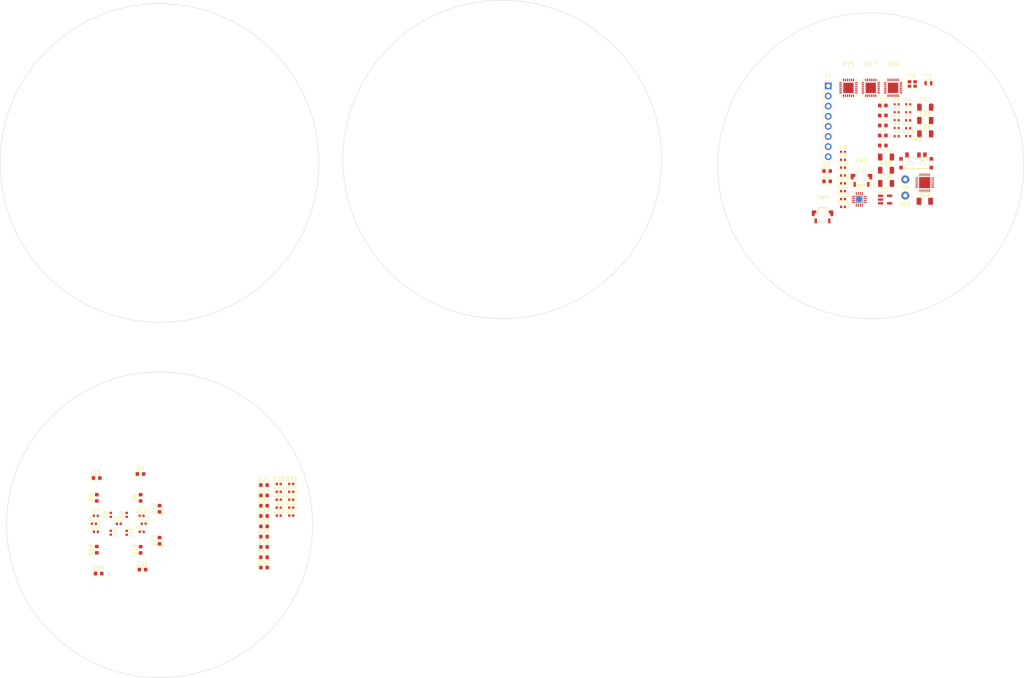
<source format=kicad_pcb>
(kicad_pcb (version 20241229) (generator "pcbnew") (generator_version "9.0")
  (layers (0 "F.Cu" signal) (2 "B.Cu" signal) (13 "F.Paste" user) (15 "B.Paste" user) (5 "F.SilkS" user "F.Silkscreen") (7 "B.SilkS" user "B.Silkscreen") (1 "F.Mask" user) (3 "B.Mask" user) (25 "Edge.Cuts" user))
  (net 0 "")
  (net 1 "Net-(AE1-FEED)")
  (net 2 "GND")
  (net 4 "VBUS")
  (net 5 "/X32O")
  (net 6 "/X32I")
  (net 7 "/USB_DN")
  (net 8 "/USB_DP")
  (net 9 "/TX")
  (net 10 "VDD")
  (net 11 "/TCK")
  (net 12 "/TIO")
  (net 13 "+4V")
  (net 14 "/LIPO+")
  (net 15 "Net-(U5-VINTA)")
  (net 16 "/nRST")
  (net 17 "/BOOT")
  (net 18 "Net-(U5-PA10{slash}X32KI{slash}TMR1)")
  (net 19 "Net-(U5-PA11{slash}X32KO{slash}TMR2)")
  (net 20 "/PERIPH_EN")
  (net 21 "Net-(D1-K)")
  (net 22 "Net-(D2-K)")
  (net 23 "/BQ_PGOOD")
  (net 24 "/BQ_CHG")
  (net 25 "Net-(R5-Pad1)")
  (net 26 "Net-(U2-ILIM)")
  (net 27 "Net-(U2-ISET)")
  (net 28 "Net-(U2-TS)")
  (net 29 "Net-(R1-Pad1)")
  (net 30 "Net-(R2-Pad1)")
  (net 31 "Net-(R15-REXT)")
  (net 32 "Net-(U1-EN)")
  (net 35 "Net-(D3-A)")
  (net 37 "/LAT")
  (net 38 "Net-(D4-A)")
  (net 40 "Net-(D5-A)")
  (net 42 "Net-(R15-SDO)")
  (net 43 "Net-(D6-A)")
  (net 45 "Net-(D7-A)")
  (net 48 "/OE")
  (net 49 "/SCLK")
  (net 50 "Net-(D8-A)")
  (net 52 "Net-(D9-A)")
  (net 53 "Net-(D10-A)")
  (net 54 "/DAT")
  (net 56 "Net-(R17-REXT)")
  (net 57 "Net-(D11-A)")
  (net 58 "Net-(R17-SDO)")
  (net 71 "Net-(R19-REXT)")
  (net 81 "Net-(D12-A)")
  (net 82 "Net-(D13-A)")
  (net 85 "Net-(D14-A)")
  (net 87 "Net-(D15-A)")
  (net 89 "Net-(D16-A)")
  (net 91 "Net-(D17-A)")
  (net 93 "Net-(D18-A)")
  (net 94 "Net-(D19-A)")
  (net 96 "Net-(D20-A)")
  (net 99 "Net-(D21-A)")
  (net 101 "Net-(D22-A)")
  (net 103 "Net-(D23-A)")
  (net 105 "Net-(D24-A)")
  (net 106 "Net-(D25-A)")
  (net 108 "Net-(D26-A)")
  (net 110 "Net-(D27-A)")
  (net 113 "Net-(D28-A)")
  (net 115 "Net-(D29-A)")
  (net 116 "Net-(D30-A)")
  (net 119 "Net-(D31-A)")
  (net 121 "Net-(D32-A)")
  (net 122 "Net-(D33-A)")
  (net 124 "Net-(D34-A)")
  (net 126 "Net-(D35-A)")
  (net 128 "Net-(D36-A)")
  (net 131 "Net-(D37-A)")
  (net 133 "Net-(D38-A)")
  (net 135 "Net-(D39-A)")
  (net 137 "Net-(D40-A)")
  (net 139 "Net-(D41-A)")
  (net 140 "Net-(D42-A)")
  (footprint "Resistor_SMD:R_0402_1005Metric" (layer "F.Cu") (at 244.895 46.655)
    (property "Reference" "R11" (at 0 -1.17 0) (layer "F.SilkS"))
    (property "Value" "10k")
    (pad "1" smd roundrect (at -0.51 0) (size 0.54 0.64) (layers "F.Cu" "F.Mask" "F.Paste") (net 16 "/nRST"))
    (pad "2" smd roundrect (at 0.51 0) (size 0.54 0.64) (layers "F.Cu" "F.Mask" "F.Paste") (net 10 "VDD"))
  )
  (footprint "LED_SMD:LED_0402_1005Metric" (layer "F.Cu") (at 86.9075 135.98)
    (property "Reference" "D28" (at 0 -1.17 0) (layer "F.SilkS"))
    (property "Value" "LED")
    (pad "1" smd roundrect (at -0.485 0) (size 0.59 0.64) (layers "F.Cu" "F.Mask" "F.Paste"))
    (pad "2" smd roundrect (at 0.485 0) (size 0.59 0.64) (layers "F.Cu" "F.Mask" "F.Paste") (net 113 "Net-(D28-A)"))
  )
  (footprint "LED_SMD:LED_0603_1608Metric" (layer "F.Cu") (at 41.25 152.5 90)
    (property "Reference" "D18" (at 0 -1.43 90) (layer "F.SilkS"))
    (property "Value" "LED")
    (pad "1" smd roundrect (at -0.7875 0 90) (size 0.875 0.95) (layers "F.Cu" "F.Mask" "F.Paste"))
    (pad "2" smd roundrect (at 0.7875 0 90) (size 0.875 0.95) (layers "F.Cu" "F.Mask" "F.Paste") (net 93 "Net-(D18-A)"))
  )
  (footprint "LED_SMD:LED_0402_1005Metric" (layer "F.Cu") (at 52.515 148)
    (property "Reference" "D17" (at 0 -1.17 0) (layer "F.SilkS"))
    (property "Value" "LED")
    (pad "1" smd roundrect (at -0.485 0) (size 0.59 0.64) (layers "F.Cu" "F.Mask" "F.Paste"))
    (pad "2" smd roundrect (at 0.485 0) (size 0.59 0.64) (layers "F.Cu" "F.Mask" "F.Paste") (net 91 "Net-(D17-A)"))
  )
  (footprint "Resistor_SMD:R_0402_1005Metric" (layer "F.Cu") (at 241.985 48.645)
    (property "Reference" "R5" (at 0 -1.17 0) (layer "F.SilkS"))
    (property "Value" "10k")
    (pad "1" smd roundrect (at -0.51 0) (size 0.54 0.64) (layers "F.Cu" "F.Mask" "F.Paste") (net 25 "Net-(R5-Pad1)"))
    (pad "2" smd roundrect (at 0.51 0) (size 0.54 0.64) (layers "F.Cu" "F.Mask" "F.Paste") (net 2 "GND"))
  )
  (footprint "LED_SMD:LED_0603_1608Metric" (layer "F.Cu") (at 57 150.25 90)
    (property "Reference" "D23" (at 0 -1.43 90) (layer "F.SilkS"))
    (property "Value" "LED")
    (pad "1" smd roundrect (at -0.7875 0 90) (size 0.875 0.95) (layers "F.Cu" "F.Mask" "F.Paste"))
    (pad "2" smd roundrect (at 0.7875 0 90) (size 0.875 0.95) (layers "F.Cu" "F.Mask" "F.Paste") (net 103 "Net-(D23-A)"))
  )
  (footprint "LED_SMD:LED_0402_1005Metric" (layer "F.Cu") (at 44.75 148.25 -90)
    (property "Reference" "D15" (at 0 -1.17 90) (layer "F.SilkS"))
    (property "Value" "LED")
    (pad "1" smd roundrect (at -0.485 0 270) (size 0.59 0.64) (layers "F.Cu" "F.Mask" "F.Paste"))
    (pad "2" smd roundrect (at 0.485 0 270) (size 0.59 0.64) (layers "F.Cu" "F.Mask" "F.Paste") (net 87 "Net-(D15-A)"))
  )
  (footprint "LED_SMD:LED_0402_1005Metric" (layer "F.Cu") (at 90.0525 141.95)
    (property "Reference" "D36" (at 0 -1.17 0) (layer "F.SilkS"))
    (property "Value" "LED")
    (pad "1" smd roundrect (at -0.485 0) (size 0.59 0.64) (layers "F.Cu" "F.Mask" "F.Paste"))
    (pad "2" smd roundrect (at 0.485 0) (size 0.59 0.64) (layers "F.Cu" "F.Mask" "F.Paste") (net 128 "Net-(D36-A)"))
  )
  (footprint "LED_SMD:LED_0603_1608Metric" (layer "F.Cu") (at 52.25 152.5375 90)
    (property "Reference" "D19" (at 0 -1.43 90) (layer "F.SilkS"))
    (property "Value" "LED")
    (pad "1" smd roundrect (at -0.7875 0 90) (size 0.875 0.95) (layers "F.Cu" "F.Mask" "F.Paste"))
    (pad "2" smd roundrect (at 0.7875 0 90) (size 0.875 0.95) (layers "F.Cu" "F.Mask" "F.Paste") (net 94 "Net-(D19-A)"))
  )
  (footprint "LED_SMD:LED_0402_1005Metric" (layer "F.Cu") (at 53.015 146)
    (property "Reference" "D13" (at 0 -1.17 0) (layer "F.SilkS"))
    (property "Value" "LED")
    (pad "1" smd roundrect (at -0.485 0) (size 0.59 0.64) (layers "F.Cu" "F.Mask" "F.Paste"))
    (pad "2" smd roundrect (at 0.485 0) (size 0.59 0.64) (layers "F.Cu" "F.Mask" "F.Paste") (net 82 "Net-(D13-A)"))
  )
  (footprint "Capacitor_SMD:C_0402_1005Metric" (layer "F.Cu") (at 228.525 52.615)
    (property "Reference" "C8" (at 0 -1.16 0) (layer "F.SilkS"))
    (property "Value" "2.2uF")
    (pad "1" smd roundrect (at -0.48 0) (size 0.56 0.62) (layers "F.Cu" "F.Mask" "F.Paste") (net 10 "VDD"))
    (pad "2" smd roundrect (at 0.48 0) (size 0.56 0.62) (layers "F.Cu" "F.Mask" "F.Paste") (net 2 "GND"))
  )
  (footprint "Connector_Pin:Pin_D1.0mm_L10.0mm" (layer "F.Cu") (at 244.155 63.565)
    (property "Reference" "TP2" (at 0 2.25 0) (layer "F.SilkS"))
    (property "Value" "TestPoint")
    (pad "1" thru_hole circle (at 0 0) (size 2 2) (drill 1) (layers "*.Cu" "*.Mask") (net 2 "GND"))
  )
  (footprint "Resistor_SMD:R_0402_1005Metric" (layer "F.Cu") (at 241.985 44.665)
    (property "Reference" "R3" (at 0 -1.17 0) (layer "F.SilkS"))
    (property "Value" "10k")
    (pad "1" smd roundrect (at -0.51 0) (size 0.54 0.64) (layers "F.Cu" "F.Mask" "F.Paste") (net 23 "/BQ_PGOOD"))
    (pad "2" smd roundrect (at 0.51 0) (size 0.54 0.64) (layers "F.Cu" "F.Mask" "F.Paste") (net 21 "Net-(D1-K)"))
  )
  (footprint "LED_SMD:LED_0603_1608Metric" (layer "F.Cu") (at 83.2125 141.46)
    (property "Reference" "D26" (at 0 -1.43 0) (layer "F.SilkS"))
    (property "Value" "LED")
    (pad "1" smd roundrect (at -0.7875 0) (size 0.875 0.95) (layers "F.Cu" "F.Mask" "F.Paste"))
    (pad "2" smd roundrect (at 0.7875 0) (size 0.875 0.95) (layers "F.Cu" "F.Mask" "F.Paste") (net 108 "Net-(D26-A)"))
  )
  (footprint "LED_SMD:LED_0402_1005Metric" (layer "F.Cu") (at 52.485 144)
    (property "Reference" "D10" (at 0 -1.17 0) (layer "F.SilkS"))
    (property "Value" "LED")
    (pad "1" smd roundrect (at -0.485 0) (size 0.59 0.64) (layers "F.Cu" "F.Mask" "F.Paste"))
    (pad "2" smd roundrect (at 0.485 0) (size 0.59 0.64) (layers "F.Cu" "F.Mask" "F.Paste") (net 53 "Net-(D10-A)"))
  )
  (footprint "Resistor_SMD:R_0402_1005Metric" (layer "F.Cu") (at 241.985 46.655)
    (property "Reference" "R4" (at 0 -1.17 0) (layer "F.SilkS"))
    (property "Value" "10k")
    (pad "1" smd roundrect (at -0.51 0) (size 0.54 0.64) (layers "F.Cu" "F.Mask" "F.Paste") (net 24 "/BQ_CHG"))
    (pad "2" smd roundrect (at 0.51 0) (size 0.54 0.64) (layers "F.Cu" "F.Mask" "F.Paste") (net 22 "Net-(D2-K)"))
  )
  (footprint "LED_SMD:LED_0603_1608Metric" (layer "F.Cu") (at 83.2125 146.64)
    (property "Reference" "D38" (at 0 -1.43 0) (layer "F.SilkS"))
    (property "Value" "LED")
    (pad "1" smd roundrect (at -0.7875 0) (size 0.875 0.95) (layers "F.Cu" "F.Mask" "F.Paste"))
    (pad "2" smd roundrect (at 0.7875 0) (size 0.875 0.95) (layers "F.Cu" "F.Mask" "F.Paste") (net 133 "Net-(D38-A)"))
  )
  (footprint "LED_SMD:LED_0402_1005Metric" (layer "F.Cu") (at 90.0525 139.96)
    (property "Reference" "D35" (at 0 -1.17 0) (layer "F.SilkS"))
    (property "Value" "LED")
    (pad "1" smd roundrect (at -0.485 0) (size 0.59 0.64) (layers "F.Cu" "F.Mask" "F.Paste"))
    (pad "2" smd roundrect (at 0.485 0) (size 0.59 0.64) (layers "F.Cu" "F.Mask" "F.Paste") (net 126 "Net-(D35-A)"))
  )
  (footprint "Crystal:Crystal_SMD_2016-4Pin_2.0x1.6mm" (layer "F.Cu") (at 245.915 35.535)
    (property "Reference" "Y2" (at 0 -2 0) (layer "F.SilkS"))
    (property "Value" "32 MHz")
    (pad "1" smd roundrect (at -0.7 0.55) (size 0.9 0.8) (layers "F.Cu" "F.Mask" "F.Paste") (net 5 "/X32O"))
    (pad "2" smd roundrect (at 0.7 0.55) (size 0.9 0.8) (layers "F.Cu" "F.Mask" "F.Paste") (net 2 "GND"))
    (pad "3" smd roundrect (at 0.7 -0.55) (size 0.9 0.8) (layers "F.Cu" "F.Mask" "F.Paste") (net 6 "/X32I"))
    (pad "4" smd roundrect (at -0.7 -0.55) (size 0.9 0.8) (layers "F.Cu" "F.Mask" "F.Paste") (net 2 "GND"))
  )
  (footprint "Resistor_SMD:R_1206_3216Metric" (layer "F.Cu") (at 239.325 60.515)
    (property "Reference" "R18" (at 0 -1.83 0) (layer "F.SilkS"))
    (property "Value" "510")
    (pad "1" smd roundrect (at -1.4625 0) (size 1.125 1.75) (layers "F.Cu" "F.Mask" "F.Paste") (roundrect_rratio 0.222222) (net 71 "Net-(R19-REXT)"))
    (pad "2" smd roundrect (at 1.4625 0) (size 1.125 1.75) (layers "F.Cu" "F.Mask" "F.Paste") (roundrect_rratio 0.222222) (net 2 "GND"))
  )
  (footprint "LED_SMD:LED_0603_1608Metric" (layer "F.Cu") (at 52.7125 157.5)
    (property "Reference" "D21" (at 0 -1.43 0) (layer "F.SilkS"))
    (property "Value" "LED")
    (pad "1" smd roundrect (at -0.7875 0) (size 0.875 0.95) (layers "F.Cu" "F.Mask" "F.Paste"))
    (pad "2" smd roundrect (at 0.7875 0) (size 0.875 0.95) (layers "F.Cu" "F.Mask" "F.Paste") (net 99 "Net-(D21-A)"))
  )
  (footprint "LED_SMD:LED_0402_1005Metric" (layer "F.Cu") (at 86.9075 139.96)
    (property "Reference" "D30" (at 0 -1.17 0) (layer "F.SilkS"))
    (property "Value" "LED")
    (pad "1" smd roundrect (at -0.485 0) (size 0.59 0.64) (layers "F.Cu" "F.Mask" "F.Paste"))
    (pad "2" smd roundrect (at 0.485 0) (size 0.59 0.64) (layers "F.Cu" "F.Mask" "F.Paste") (net 116 "Net-(D30-A)"))
  )
  (footprint "LED_SMD:LED_0603_1608Metric" (layer "F.Cu") (at 41.7125 158.5)
    (property "Reference" "D20" (at 0 -1.43 0) (layer "F.SilkS"))
    (property "Value" "LED")
    (pad "1" smd roundrect (at -0.7875 0) (size 0.875 0.95) (layers "F.Cu" "F.Mask" "F.Paste"))
    (pad "2" smd roundrect (at 0.7875 0) (size 0.875 0.95) (layers "F.Cu" "F.Mask" "F.Paste") (net 96 "Net-(D20-A)"))
  )
  (footprint "LED_SMD:LED_0603_1608Metric" (layer "F.Cu") (at 57 142.2125 90)
    (property "Reference" "D22" (at 0 -1.43 90) (layer "F.SilkS"))
    (property "Value" "LED")
    (pad "1" smd roundrect (at -0.7875 0 90) (size 0.875 0.95) (layers "F.Cu" "F.Mask" "F.Paste"))
    (pad "2" smd roundrect (at 0.7875 0 90) (size 0.875 0.95) (layers "F.Cu" "F.Mask" "F.Paste") (net 101 "Net-(D22-A)"))
  )
  (footprint "Capacitor_SMD:C_1206_3216Metric" (layer "F.Cu") (at 249.175 41.365)
    (property "Reference" "C17" (at 0 -1.85 0) (layer "F.SilkS"))
    (property "Value" "470n")
    (pad "1" smd roundrect (at -1.475 0) (size 1.15 1.8) (layers "F.Cu" "F.Mask" "F.Paste") (roundrect_rratio 0.217391) (net 10 "VDD"))
    (pad "2" smd roundrect (at 1.475 0) (size 1.15 1.8) (layers "F.Cu" "F.Mask" "F.Paste") (roundrect_rratio 0.217391) (net 2 "GND"))
  )
  (footprint "LED_SMD:LED_0402_1005Metric" (layer "F.Cu") (at 41.015 148)
    (property "Reference" "D14" (at 0 -1.17 0) (layer "F.SilkS"))
    (property "Value" "LED")
    (pad "1" smd roundrect (at -0.485 0) (size 0.59 0.64) (layers "F.Cu" "F.Mask" "F.Paste"))
    (pad "2" smd roundrect (at 0.485 0) (size 0.59 0.64) (layers "F.Cu" "F.Mask" "F.Paste") (net 85 "Net-(D14-A)"))
  )
  (footprint "Resistor_SMD:R_0402_1005Metric" (layer "F.Cu") (at 244.895 48.645)
    (property "Reference" "R13" (at 0 -1.17 0) (layer "F.SilkS"))
    (property "Value" "10k")
    (pad "1" smd roundrect (at -0.51 0) (size 0.54 0.64) (layers "F.Cu" "F.Mask" "F.Paste") (net 17 "/BOOT"))
    (pad "2" smd roundrect (at 0.51 0) (size 0.54 0.64) (layers "F.Cu" "F.Mask" "F.Paste") (net 10 "VDD"))
  )
  (footprint "LED_SMD:LED_0603_1608Metric" (layer "F.Cu") (at 41.2125 134.5)
    (property "Reference" "D3" (at 0 -1.43 0) (layer "F.SilkS"))
    (property "Value" "LED")
    (pad "1" smd roundrect (at -0.7875 0) (size 0.875 0.95) (layers "F.Cu" "F.Mask" "F.Paste"))
    (pad "2" smd roundrect (at 0.7875 0) (size 0.875 0.95) (layers "F.Cu" "F.Mask" "F.Paste") (net 35 "Net-(D3-A)"))
  )
  (footprint "LED_SMD:LED_0603_1608Metric" (layer "F.Cu") (at 83.2125 149.23)
    (property "Reference" "D39" (at 0 -1.43 0) (layer "F.SilkS"))
    (property "Value" "LED")
    (pad "1" smd roundrect (at -0.7875 0) (size 0.875 0.95) (layers "F.Cu" "F.Mask" "F.Paste"))
    (pad "2" smd roundrect (at 0.7875 0) (size 0.875 0.95) (layers "F.Cu" "F.Mask" "F.Paste") (net 135 "Net-(D39-A)"))
  )
  (footprint "Resistor_SMD:R_0402_1005Metric" (layer "F.Cu") (at 241.985 42.675)
    (property "Reference" "R2" (at 0 -1.17 0) (layer "F.SilkS"))
    (property "Value" "5.1k")
    (pad "1" smd roundrect (at -0.51 0) (size 0.54 0.64) (layers "F.Cu" "F.Mask" "F.Paste") (net 30 "Net-(R2-Pad1)"))
    (pad "2" smd roundrect (at 0.51 0) (size 0.54 0.64) (layers "F.Cu" "F.Mask" "F.Paste") (net 2 "GND"))
  )
  (footprint "LED_SMD:LED_0603_1608Metric" (layer "F.Cu") (at 83.2125 157)
    (property "Reference" "D42" (at 0 -1.43 0) (layer "F.SilkS"))
    (property "Value" "LED")
    (pad "1" smd roundrect (at -0.7875 0) (size 0.875 0.95) (layers "F.Cu" "F.Mask" "F.Paste"))
    (pad "2" smd roundrect (at 0.7875 0) (size 0.875 0.95) (layers "F.Cu" "F.Mask" "F.Paste") (net 140 "Net-(D42-A)"))
  )
  (footprint "LED_SMD:LED_0603_1608Metric" (layer "F.Cu") (at 83.2125 136.28)
    (property "Reference" "D24" (at 0 -1.43 0) (layer "F.SilkS"))
    (property "Value" "LED")
    (pad "1" smd roundrect (at -0.7875 0) (size 0.875 0.95) (layers "F.Cu" "F.Mask" "F.Paste"))
    (pad "2" smd roundrect (at 0.7875 0) (size 0.875 0.95) (layers "F.Cu" "F.Mask" "F.Paste") (net 105 "Net-(D24-A)"))
  )
  (footprint "LED_SMD:LED_0402_1005Metric" (layer "F.Cu") (at 86.9075 137.97)
    (property "Reference" "D29" (at 0 -1.17 0) (layer "F.SilkS"))
    (property "Value" "LED")
    (pad "1" smd roundrect (at -0.485 0) (size 0.59 0.64) (layers "F.Cu" "F.Mask" "F.Paste"))
    (pad "2" smd roundrect (at 0.485 0) (size 0.59 0.64) (layers "F.Cu" "F.Mask" "F.Paste") (net 115 "Net-(D29-A)"))
  )
  (footprint "Capacitor_SMD:C_0402_1005Metric" (layer "F.Cu") (at 228.525 62.465)
    (property "Reference" "C14" (at 0 -1.16 0) (layer "F.SilkS"))
    (property "Value" "12p")
    (pad "1" smd roundrect (at -0.48 0) (size 0.56 0.62) (layers "F.Cu" "F.Mask" "F.Paste") (net 19 "Net-(U5-PA11{slash}X32KO{slash}TMR2)"))
    (pad "2" smd roundrect (at 0.48 0) (size 0.56 0.62) (layers "F.Cu" "F.Mask" "F.Paste") (net 2 "GND"))
  )
  (footprint "Package_TO_SOT_SMD:SOT-23-5" (layer "F.Cu") (at 239.095 64.57)
    (property "Reference" "U1" (at 0 -2.4 0) (layer "F.SilkS"))
    (property "Value" "SPX3819M5-L-3-3")
    (pad "1" smd roundrect (at -1.1375 -0.95) (size 1.325 0.6) (layers "F.Cu" "F.Mask" "F.Paste") (net 13 "+4V"))
    (pad "2" smd roundrect (at -1.1375 0) (size 1.325 0.6) (layers "F.Cu" "F.Mask" "F.Paste") (net 2 "GND"))
    (pad "3" smd roundrect (at -1.1375 0.95) (size 1.325 0.6) (layers "F.Cu" "F.Mask" "F.Paste") (net 32 "Net-(U1-EN)"))
    (pad "4" smd roundrect (at 1.1375 0.95) (size 1.325 0.6) (layers "F.Cu" "F.Mask" "F.Paste"))
    (pad "5" smd roundrect (at 1.1375 -0.95) (size 1.325 0.6) (layers "F.Cu" "F.Mask" "F.Paste") (net 10 "VDD"))
  )
  (footprint "LED_SMD:LED_0402_1005Metric" (layer "F.Cu") (at 90.0525 137.97)
    (property "Reference" "D34" (at 0 -1.17 0) (layer "F.SilkS"))
    (property "Value" "LED")
    (pad "1" smd roundrect (at -0.485 0) (size 0.59 0.64) (layers "F.Cu" "F.Mask" "F.Paste"))
    (pad "2" smd roundrect (at 0.485 0) (size 0.59 0.64) (layers "F.Cu" "F.Mask" "F.Paste") (net 124 "Net-(D34-A)"))
  )
  (footprint "Capacitor_SMD:C_0402_1005Metric" (layer "F.Cu") (at 228.525 66.405)
    (property "Reference" "C16" (at 0 -1.16 0) (layer "F.SilkS"))
    (property "Value" "100n")
    (pad "1" smd roundrect (at -0.48 0) (size 0.56 0.62) (layers "F.Cu" "F.Mask" "F.Paste") (net 17 "/BOOT"))
    (pad "2" smd roundrect (at 0.48 0) (size 0.56 0.62) (layers "F.Cu" "F.Mask" "F.Paste") (net 2 "GND"))
  )
  (footprint "LED_SMD:LED_0402_1005Metric" (layer "F.Cu") (at 40.515 146)
    (property "Reference" "D11" (at 0 -1.17 0) (layer "F.SilkS"))
    (property "Value" "LED")
    (pad "1" smd roundrect (at -0.485 0) (size 0.59 0.64) (layers "F.Cu" "F.Mask" "F.Paste"))
    (pad "2" smd roundrect (at 0.485 0) (size 0.59 0.64) (layers "F.Cu" "F.Mask" "F.Paste") (net 57 "Net-(D11-A)"))
  )
  (footprint "LED_SMD:LED_0603_1608Metric" (layer "F.Cu") (at 83.2125 154.41)
    (property "Reference" "D41" (at 0 -1.43 0) (layer "F.SilkS"))
    (property "Value" "LED")
    (pad "1" smd roundrect (at -0.7875 0) (size 0.875 0.95) (layers "F.Cu" "F.Mask" "F.Paste"))
    (pad "2" smd roundrect (at 0.7875 0) (size 0.875 0.95) (layers "F.Cu" "F.Mask" "F.Paste") (net 139 "Net-(D41-A)"))
  )
  (footprint "LED_SMD:LED_0402_1005Metric" (layer "F.Cu") (at 86.9075 143.94)
    (property "Reference" "D32" (at 0 -1.17 0) (layer "F.SilkS"))
    (property "Value" "LED")
    (pad "1" smd roundrect (at -0.485 0) (size 0.59 0.64) (layers "F.Cu" "F.Mask" "F.Paste"))
    (pad "2" smd roundrect (at 0.485 0) (size 0.59 0.64) (layers "F.Cu" "F.Mask" "F.Paste") (net 121 "Net-(D32-A)"))
  )
  (footprint "easyeda2kicad:TQFN-24_L4.0-W4.0-P0.50-BL-EP2.6" (layer "F.Cu") (at 235.49 36.51)
    (property "Reference" "R17" (at 0 -5.97 0) (layer "F.SilkS"))
    (property "Value" "FM6126QC")
    (pad "1" smd rect (at -1.25 1.97 90) (size 0.66 0.28) (layers "F.Cu" "F.Mask" "F.Paste") (net 37 "/LAT"))
    (pad "2" smd rect (at -0.75 1.97 90) (size 0.66 0.28) (layers "F.Cu" "F.Mask" "F.Paste") (net 94 "Net-(D19-A)"))
    (pad "3" smd rect (at -0.25 1.97 90) (size 0.66 0.28) (layers "F.Cu" "F.Mask" "F.Paste") (net 96 "Net-(D20-A)"))
    (pad "4" smd rect (at 0.25 1.97 90) (size 0.66 0.28) (layers "F.Cu" "F.Mask" "F.Paste") (net 99 "Net-(D21-A)"))
    (pad "5" smd rect (at 0.75 1.97 90) (size 0.66 0.28) (layers "F.Cu" "F.Mask" "F.Paste") (net 101 "Net-(D22-A)"))
    (pad "6" smd rect (at 1.25 1.97 90) (size 0.66 0.28) (layers "F.Cu" "F.Mask" "F.Paste") (net 103 "Net-(D23-A)"))
    (pad "7" smd rect (at 1.97 1.25 90) (size 0.28 0.66) (layers "F.Cu" "F.Mask" "F.Paste") (net 105 "Net-(D24-A)"))
    (pad "8" smd rect (at 1.97 0.75 90) (size 0.28 0.66) (layers "F.Cu" "F.Mask" "F.Paste") (net 106 "Net-(D25-A)"))
    (pad "9" smd rect (at 1.97 0.25 90) (size 0.28 0.66) (layers "F.Cu" "F.Mask" "F.Paste") (net 108 "Net-(D26-A)"))
    (pad "10" smd rect (at 1.97 -0.25 90) (size 0.28 0.66) (layers "F.Cu" "F.Mask" "F.Paste") (net 2 "GND"))
    (pad "11" smd rect (at 1.97 -0.75 90) (size 0.28 0.66) (layers "F.Cu" "F.Mask" "F.Paste") (net 110 "Net-(D27-A)"))
    (pad "12" smd rect (at 1.97 -1.25 90) (size 0.28 0.66) (layers "F.Cu" "F.Mask" "F.Paste") (net 113 "Net-(D28-A)"))
    (pad "13" smd rect (at 1.25 -1.97 90) (size 0.66 0.28) (layers "F.Cu" "F.Mask" "F.Paste") (net 115 "Net-(D29-A)"))
    (pad "14" smd rect (at 0.75 -1.97 90) (size 0.66 0.28) (layers "F.Cu" "F.Mask" "F.Paste") (net 116 "Net-(D30-A)"))
    (pad "15" smd rect (at 0.25 -1.97 90) (size 0.66 0.28) (layers "F.Cu" "F.Mask" "F.Paste") (net 119 "Net-(D31-A)"))
    (pad "16" smd rect (at -0.25 -1.97 90) (size 0.66 0.28) (layers "F.Cu" "F.Mask" "F.Paste") (net 121 "Net-(D32-A)"))
    (pad "17" smd rect (at -0.75 -1.97 90) (size 0.66 0.28) (layers "F.Cu" "F.Mask" "F.Paste") (net 122 "Net-(D33-A)"))
    (pad "18" smd rect (at -1.25 -1.97 90) (size 0.66 0.28) (layers "F.Cu" "F.Mask" "F.Paste") (net 124 "Net-(D34-A)"))
    (pad "19" smd rect (at -1.97 -1.25 90) (size 0.28 0.66) (layers "F.Cu" "F.Mask" "F.Paste") (net 58 "Net-(R17-SDO)"))
    (pad "20" smd rect (at -1.97 -0.75 90) (size 0.28 0.66) (layers "F.Cu" "F.Mask" "F.Paste") (net 48 "/OE"))
    (pad "21" smd rect (at -1.97 -0.25 90) (size 0.28 0.66) (layers "F.Cu" "F.Mask" "F.Paste") (net 56 "Net-(R17-REXT)"))
    (pad "22" smd rect (at -1.97 0.25 90) (size 0.28 0.66) (layers "F.Cu" "F.Mask" "F.Paste") (net 10 "VDD"))
    (pad "23" smd rect (at -1.97 0.75 90) (size 0.28 0.66) (layers "F.Cu" "F.Mask" "F.Paste") (net 42 "Net-(R15-SDO)"))
    (pad "24" smd rect (at -1.97 1.25 90) (size 0.28 0.66) (layers "F.Cu" "F.Mask" "F.Paste") (net 49 "/SCLK"))
    (pad "25" smd rect (at 0 0 90) (size 2.6 2.6) (layers "F.Cu" "F.Mask" "F.Paste") (net 2 "GND"))
  )
  (footprint "LED_SMD:LED_0603_1608Metric" (layer "F.Cu") (at 224.535 59.995)
    (property "Reference" "D2" (at 0 -1.43 0) (layer "F.SilkS"))
    (property "Value" "LED_RED")
    (pad "1" smd roundrect (at -0.7875 0) (size 0.875 0.95) (layers "F.Cu" "F.Mask" "F.Paste") (net 22 "Net-(D2-K)"))
    (pad "2" smd roundrect (at 0.7875 0) (size 0.875 0.95) (layers "F.Cu" "F.Mask" "F.Paste") (net 13 "+4V"))
  )
  (footprint "easyeda2kicad:SW-SMD_SS-3292S-L2-B" (layer "F.Cu") (at 246.88 54.955)
    (property "Reference" "SW1" (at 0 -5.59 0) (layer "F.SilkS"))
    (property "Value" "SS-3292S-L2-B")
    (pad "" thru_hole circle (at -1.5 0.49) (size 1.1 1.1) (drill 1.1) (layers "*.Cu" "*.Mask"))
    (pad "" thru_hole circle (at 1.5 0.49) (size 1.1 1.1) (drill 1.1) (layers "*.Cu" "*.Mask"))
    (pad "1" smd rect (at -2.3 -1.59 180) (size 0.9 1.25) (layers "F.Cu" "F.Mask" "F.Paste") (net 25 "Net-(R5-Pad1)"))
    (pad "2" smd rect (at 0.7 -1.59 180) (size 0.9 1.25) (layers "F.Cu" "F.Mask" "F.Paste") (net 32 "Net-(U1-EN)"))
    (pad "3" smd rect (at 2.2 -1.59 180) (size 0.9 1.25) (layers "F.Cu" "F.Mask" "F.Paste") (net 13 "+4V"))
    (pad "EH" smd rect (at -3.8 -0.61 180) (size 0.9 0.9) (layers "F.Cu" "F.Mask" "F.Paste") (net 2 "GND"))
    (pad "EH" smd rect (at -3.8 1.59 180) (size 0.9 0.9) (layers "F.Cu" "F.Mask" "F.Paste") (net 2 "GND"))
    (pad "EH" smd rect (at 3.8 -0.61 180) (size 0.9 0.9) (layers "F.Cu" "F.Mask" "F.Paste") (net 2 "GND"))
    (pad "EH" smd rect (at 3.8 1.59 180) (size 0.9 0.9) (layers "F.Cu" "F.Mask" "F.Paste") (net 2 "GND"))
  )
  (footprint "LED_SMD:LED_0402_1005Metric" (layer "F.Cu") (at 48.75 148.265 -90)
    (property "Reference" "D16" (at 0 -1.17 90) (layer "F.SilkS"))
    (property "Value" "LED")
    (pad "1" smd roundrect (at -0.485 0 270) (size 0.59 0.64) (layers "F.Cu" "F.Mask" "F.Paste"))
    (pad "2" smd roundrect (at 0.485 0 270) (size 0.59 0.64) (layers "F.Cu" "F.Mask" "F.Paste") (net 89 "Net-(D16-A)"))
  )
  (footprint "LED_SMD:LED_0402_1005Metric" (layer "F.Cu") (at 44.75 143.765 90)
    (property "Reference" "D8" (at 0 -1.17 90) (layer "F.SilkS"))
    (property "Value" "LED")
    (pad "1" smd roundrect (at -0.485 0 90) (size 0.59 0.64) (layers "F.Cu" "F.Mask" "F.Paste"))
    (pad "2" smd roundrect (at 0.485 0 90) (size 0.59 0.64) (layers "F.Cu" "F.Mask" "F.Paste") (net 50 "Net-(D8-A)"))
  )
  (footprint "Capacitor_SMD:C_0603_1608Metric" (layer "F.Cu") (at 238.525 43.455)
    (property "Reference" "C3" (at 0 -1.43 0) (layer "F.SilkS"))
    (property "Value" "10u")
    (pad "1" smd roundrect (at -0.775 0) (size 0.9 0.95) (layers "F.Cu" "F.Mask" "F.Paste") (net 13 "+4V"))
    (pad "2" smd roundrect (at 0.775 0) (size 0.9 0.95) (layers "F.Cu" "F.Mask" "F.Paste") (net 2 "GND"))
  )
  (footprint "Crystal:Crystal_SMD_2012-2Pin_2.0x1.2mm" (layer "F.Cu") (at 249.965 35.335)
    (property "Reference" "Y1" (at 0 -1.8 0) (layer "F.SilkS"))
    (property "Value" "XO-32K")
    (pad "1" smd roundrect (at -0.7 0) (size 0.6 1.1) (layers "F.Cu" "F.Mask" "F.Paste") (net 18 "Net-(U5-PA10{slash}X32KI{slash}TMR1)"))
    (pad "2" smd roundrect (at 0.7 0) (size 0.6 1.1) (layers "F.Cu" "F.Mask" "F.Paste") (net 19 "Net-(U5-PA11{slash}X32KO{slash}TMR2)"))
  )
  (footprint "Capacitor_SMD:C_0603_1608Metric" (layer "F.Cu") (at 238.525 40.945)
    (property "Reference" "C1" (at 0 -1.43 0) (layer "F.SilkS"))
    (property "Value" "10u")
    (pad "1" smd roundrect (at -0.775 0) (size 0.9 0.95) (layers "F.Cu" "F.Mask" "F.Paste") (net 4 "VBUS"))
    (pad "2" smd roundrect (at 0.775 0) (size 0.9 0.95) (layers "F.Cu" "F.Mask" "F.Paste") (net 2 "GND"))
  )
  (footprint "Resistor_SMD:R_1206_3216Metric" (layer "F.Cu") (at 239.325 53.895)
    (property "Reference" "R14" (at 0 -1.83 0) (layer "F.SilkS"))
    (property "Value" "510")
    (pad "1" smd roundrect (at -1.4625 0) (size 1.125 1.75) (layers "F.Cu" "F.Mask" "F.Paste") (roundrect_rratio 0.222222) (net 31 "Net-(R15-REXT)"))
    (pad "2" smd roundrect (at 1.4625 0) (size 1.125 1.75) (layers "F.Cu" "F.Mask" "F.Paste") (roundrect_rratio 0.222222) (net 2 "GND"))
  )
  (footprint "Resistor_SMD:R_0402_1005Metric" (layer "F.Cu") (at 244.895 40.685)
    (property "Reference" "R6" (at 0 -1.17 0) (layer "F.SilkS"))
    (property "Value" "3k")
    (pad "1" smd roundrect (at -0.51 0) (size 0.54 0.64) (layers "F.Cu" "F.Mask" "F.Paste") (net 2 "GND"))
    (pad "2" smd roundrect (at 0.51 0) (size 0.54 0.64) (layers "F.Cu" "F.Mask" "F.Paste") (net 26 "Net-(U2-ILIM)"))
  )
  (footprint "easyeda2kicad:QFN-28_L4.0-W4.0-P0.40-BL-EP2.8" (layer "F.Cu") (at 249.03 60.34)
    (property "Reference" "U5" (at 0 -6 0) (layer "F.SilkS"))
    (property "Value" "CH582F_C3001175")
    (pad "1" smd rect (at -1.2 2) (size 0.2 0.7) (layers "F.Cu" "F.Mask" "F.Paste") (net 19 "Net-(U5-PA11{slash}X32KO{slash}TMR2)"))
    (pad "2" smd rect (at -0.8 2) (size 0.2 0.7) (layers "F.Cu" "F.Mask" "F.Paste") (net 18 "Net-(U5-PA10{slash}X32KI{slash}TMR1)"))
    (pad "3" smd rect (at -0.4 2) (size 0.2 0.7) (layers "F.Cu" "F.Mask" "F.Paste") (net 10 "VDD"))
    (pad "4" smd rect (at 0 2) (size 0.2 0.7) (layers "F.Cu" "F.Mask" "F.Paste") (net 10 "VDD"))
    (pad "5" smd rect (at 0.4 2) (size 0.2 0.7) (layers "F.Cu" "F.Mask" "F.Paste") (net 10 "VDD"))
    (pad "6" smd rect (at 0.8 2) (size 0.2 0.7) (layers "F.Cu" "F.Mask" "F.Paste"))
    (pad "7" smd rect (at 1.2 2) (size 0.2 0.7) (layers "F.Cu" "F.Mask" "F.Paste"))
    (pad "8" smd rect (at 2 1.2) (size 0.7 0.2) (layers "F.Cu" "F.Mask" "F.Paste") (net 11 "/TCK"))
    (pad "9" smd rect (at 2 0.8) (size 0.7 0.2) (layers "F.Cu" "F.Mask" "F.Paste") (net 12 "/TIO"))
    (pad "10" smd rect (at 2 0.4) (size 0.7 0.2) (layers "F.Cu" "F.Mask" "F.Paste"))
    (pad "11" smd rect (at 2 0) (size 0.7 0.2) (layers "F.Cu" "F.Mask" "F.Paste"))
    (pad "12" smd rect (at 2 -0.4) (size 0.7 0.2) (layers "F.Cu" "F.Mask" "F.Paste") (net 8 "/USB_DP"))
    (pad "13" smd rect (at 2 -0.8) (size 0.7 0.2) (layers "F.Cu" "F.Mask" "F.Paste") (net 7 "/USB_DN"))
    (pad "14" smd rect (at 2 -1.2) (size 0.7 0.2) (layers "F.Cu" "F.Mask" "F.Paste") (net 9 "/TX"))
    (pad "15" smd rect (at 1.2 -2) (size 0.2 0.7) (layers "F.Cu" "F.Mask" "F.Paste"))
    (pad "16" smd rect (at 0.8 -2) (size 0.2 0.7) (layers "F.Cu" "F.Mask" "F.Paste") (net 16 "/nRST"))
    (pad "17" smd rect (at 0.4 -2) (size 0.2 0.7) (layers "F.Cu" "F.Mask" "F.Paste") (net 17 "/BOOT"))
    (pad "18" smd rect (at 0 -2) (size 0.2 0.7) (layers "F.Cu" "F.Mask" "F.Paste") (net 5 "/X32O"))
    (pad "19" smd rect (at -0.4 -2) (size 0.2 0.7) (layers "F.Cu" "F.Mask" "F.Paste") (net 6 "/X32I"))
    (pad "20" smd rect (at -0.8 -2) (size 0.2 0.7) (layers "F.Cu" "F.Mask" "F.Paste") (net 15 "Net-(U5-VINTA)"))
    (pad "21" smd rect (at -1.2 -2) (size 0.2 0.7) (layers "F.Cu" "F.Mask" "F.Paste") (net 1 "Net-(AE1-FEED)"))
    (pad "22" smd rect (at -2 -1.2) (size 0.7 0.2) (layers "F.Cu" "F.Mask" "F.Paste") (net 10 "VDD"))
    (pad "23" smd rect (at -2 -0.8) (size 0.7 0.2) (layers "F.Cu" "F.Mask" "F.Paste") (net 20 "/PERIPH_EN"))
    (pad "24" smd rect (at -2 -0.4) (size 0.7 0.2) (layers "F.Cu" "F.Mask" "F.Paste"))
    (pad "25" smd rect (at -2 0) (size 0.7 0.2) (layers "F.Cu" "F.Mask" "F.Paste"))
    (pad "26" smd rect (at -2 0.4) (size 0.7 0.2) (layers "F.Cu" "F.Mask" "F.Paste"))
    (pad "27" smd rect (at -2 0.8) (size 0.7 0.2) (layers "F.Cu" "F.Mask" "F.Paste"))
    (pad "28" smd rect (at -2 1.2) (size 0.7 0.2) (layers "F.Cu" "F.Mask" "F.Paste"))
    (pad "29" smd rect (at 0 -0.02) (size 2.8 2.8) (layers "F.Cu" "F.Mask" "F.Paste") (net 2 "GND"))
  )
  (footprint "Capacitor_SMD:C_0402_1005Metric" (layer "F.Cu") (at 228.525 64.435)
    (property "Reference" "C15" (at 0 -1.16 0) (layer "F.SilkS"))
    (property "Value" "100n")
    (pad "1" smd roundrect (at -0.48 0) (size 0.56 0.62) (layers "F.Cu" "F.Mask" "F.Paste") (net 16 "/nRST"))
    (pad "2" smd roundrect (at 0.48 0) (size 0.56 0.62) (layers "F.Cu" "F.Mask" "F.Paste") (net 2 "GND"))
  )
  (footprint "LED_SMD:LED_0603_1608Metric" (layer "F.Cu") (at 224.535 57.405)
    (property "Reference" "D1" (at 0 -1.43 0) (layer "F.SilkS"))
    (property "Value" "LED_WHITE")
    (pad "1" smd roundrect (at -0.7875 0) (size 0.875 0.95) (layers "F.Cu" "F.Mask" "F.Paste") (net 21 "Net-(D1-K)"))
    (pad "2" smd roundrect (at 0.7875 0) (size 0.875 0.95) (layers "F.Cu" "F.Mask" "F.Paste") (net 13 "+4V"))
  )
  (footprint "easyeda2kicad:TQFN-24_L4.0-W4.0-P0.50-BL-EP2.6" (layer "F.Cu") (at 229.89 36.51)
    (property "Reference" "R15" (at 0 -5.97 0) (layer "F.SilkS"))
    (property "Value" "FM6126QC")
    (pad "1" smd rect (at -1.25 1.97 90) (size 0.66 0.28) (layers "F.Cu" "F.Mask" "F.Paste") (net 37 "/LAT"))
    (pad "2" smd rect (at -0.75 1.97 90) (size 0.66 0.28) (layers "F.Cu" "F.Mask" "F.Paste") (net 35 "Net-(D3-A)"))
    (pad "3" smd rect (at -0.25 1.97 90) (size 0.66 0.28) (layers "F.Cu" "F.Mask" "F.Paste") (net 38 "Net-(D4-A)"))
    (pad "4" smd rect (at 0.25 1.97 90) (size 0.66 0.28) (layers "F.Cu" "F.Mask" "F.Paste") (net 40 "Net-(D5-A)"))
    (pad "5" smd rect (at 0.75 1.97 90) (size 0.66 0.28) (layers "F.Cu" "F.Mask" "F.Paste") (net 43 "Net-(D6-A)"))
    (pad "6" smd rect (at 1.25 1.97 90) (size 0.66 0.28) (layers "F.Cu" "F.Mask" "F.Paste") (net 45 "Net-(D7-A)"))
    (pad "7" smd rect (at 1.97 1.25 90) (size 0.28 0.66) (layers "F.Cu" "F.Mask" "F.Paste") (net 50 "Net-(D8-A)"))
    (pad "8" smd rect (at 1.97 0.75 90) (size 0.28 0.66) (layers "F.Cu" "F.Mask" "F.Paste") (net 52 "Net-(D9-A)"))
    (pad "9" smd rect (at 1.97 0.25 90) (size 0.28 0.66) (layers "F.Cu" "F.Mask" "F.Paste") (net 53 "Net-(D10-A)"))
    (pad "10" smd rect (at 1.97 -0.25 90) (size 0.28 0.66) (layers "F.Cu" "F.Mask" "F.Paste") (net 2 "GND"))
    (pad "11" smd rect (at 1.97 -0.75 90) (size 0.28 0.66) (layers "F.Cu" "F.Mask" "F.Paste") (net 57 "Net-(D11-A)"))
    (pad "12" smd rect (at 1.97 -1.25 90) (size 0.28 0.66) (layers "F.Cu" "F.Mask" "F.Paste") (net 81 "Net-(D12-A)"))
    (pad "13" smd rect (at 1.25 -1.97 90) (size 0.66 0.28) (layers "F.Cu" "F.Mask" "F.Paste") (net 82 "Net-(D13-A)"))
    (pad "14" smd rect (at 0.75 -1.97 90) (size 0.66 0.28) (layers "F.Cu" "F.Mask" "F.Paste") (net 85 "Net-(D14-A)"))
    (pad "15" smd rect (at 0.25 -1.97 90) (size 0.66 0.28) (layers "F.Cu" "F.Mask" "F.Paste") (net 87 "Net-(D15-A)"))
    (pad "16" smd rect (at -0.25 -1.97 90) (size 0.66 0.28) (layers "F.Cu" "F.Mask" "F.Paste") (net 89 "Net-(D16-A)"))
    (pad "17" smd rect (at -0.75 -1.97 90) (size 0.66 0.28) (layers "F.Cu" "F.Mask" "F.Paste") (net 91 "Net-(D17-A)"))
    (pad "18" smd rect (at -1.25 -1.97 90) (size 0.66 0.28) (layers "F.Cu" "F.Mask" "F.Paste") (net 93 "Net-(D18-A)"))
    (pad "19" smd rect (at -1.97 -1.25 90) (size 0.28 0.66) (layers "F.Cu" "F.Mask" "F.Paste") (net 42 "Net-(R15-SDO)"))
    (pad "20" smd rect (at -1.97 -0.75 90) (size 0.28 0.66) (layers "F.Cu" "F.Mask" "F.Paste") (net 48 "/OE"))
    (pad "21" smd rect (at -1.97 -0.25 90) (size 0.28 0.66) (layers "F.Cu" "F.Mask" "F.Paste") (net 31 "Net-(R15-REXT)"))
    (pad "22" smd rect (at -1.97 0.25 90) (size 0.28 0.66) (layers "F.Cu" "F.Mask" "F.Paste") (net 10 "VDD"))
    (pad "23" smd rect (at -1.97 0.75 90) (size 0.28 0.66) (layers "F.Cu" "F.Mask" "F.Paste") (net 54 "/DAT"))
    (pad "24" smd rect (at -1.97 1.25 90) (size 0.28 0.66) (layers "F.Cu" "F.Mask" "F.Paste") (net 49 "/SCLK"))
    (pad "25" smd rect (at 0 0 90) (size 2.6 2.6) (layers "F.Cu" "F.Mask" "F.Paste") (net 2 "GND"))
  )
  (footprint "Connector_Pin:Pin_D1.0mm_L10.0mm" (layer "F.Cu") (at 244.155 59.515)
    (property "Reference" "TP1" (at 0 2.25 0) (layer "F.SilkS"))
    (property "Value" "TestPoint")
    (pad "1" thru_hole circle (at 0 0) (size 2 2) (drill 1) (layers "*.Cu" "*.Mask") (net 14 "/LIPO+"))
  )
  (footprint "LED_SMD:LED_0402_1005Metric" (layer "F.Cu") (at 46.765 146)
    (property "Reference" "D12" (at 0 -1.17 0) (layer "F.SilkS"))
    (property "Value" "LED")
    (pad "1" smd roundrect (at -0.485 0) (size 0.59 0.64) (layers "F.Cu" "F.Mask" "F.Paste"))
    (pad "2" smd roundrect (at 0.485 0) (size 0.59 0.64) (layers "F.Cu" "F.Mask" "F.Paste") (net 81 "Net-(D12-A)"))
  )
  (footprint "LED_SMD:LED_0603_1608Metric" (layer "F.Cu") (at 41.25 139.485 90)
    (property "Reference" "D5" (at 0 -1.43 90) (layer "F.SilkS"))
    (property "Value" "LED")
    (pad "1" smd roundrect (at -0.7875 0 90) (size 0.875 0.95) (layers "F.Cu" "F.Mask" "F.Paste"))
    (pad "2" smd roundrect (at 0.7875 0 90) (size 0.875 0.95) (layers "F.Cu" "F.Mask" "F.Paste") (net 40 "Net-(D5-A)"))
  )
  (footprint "RF_Antenna:Johanson_2450AT18x100" (layer "F.Cu") (at 249.05 65)
    (property "Reference" "AE1" (at 0 -1.85 0) (layer "F.SilkS"))
    (property "Value" "Antenna_Chip")
    (pad "1" smd roundrect (at -1.45 0) (size 1.2 1.8) (layers "F.Cu" "F.Mask" "F.Paste") (roundrect_rratio 0.208333) (net 1 "Net-(AE1-FEED)"))
    (pad "2" smd roundrect (at 1.45 0) (size 1.2 1.8) (layers "F.Cu" "F.Mask" "F.Paste") (roundrect_rratio 0.208333))
  )
  (footprint "Capacitor_SMD:C_1206_3216Metric" (layer "F.Cu") (at 249.175 44.715)
    (property "Reference" "C18" (at 0 -1.85 0) (layer "F.SilkS"))
    (property "Value" "470n")
    (pad "1" smd roundrect (at -1.475 0) (size 1.15 1.8) (layers "F.Cu" "F.Mask" "F.Paste") (roundrect_rratio 0.217391) (net 10 "VDD"))
    (pad "2" smd roundrect (at 1.475 0) (size 1.15 1.8) (layers "F.Cu" "F.Mask" "F.Paste") (roundrect_rratio 0.217391) (net 2 "GND"))
  )
  (footprint "Resistor_SMD:R_0402_1005Metric" (layer "F.Cu") (at 244.895 44.665)
    (property "Reference" "R8" (at 0 -1.17 0) (layer "F.SilkS"))
    (property "Value" "10k")
    (pad "1" smd roundrect (at -0.51 0) (size 0.54 0.64) (layers "F.Cu" "F.Mask" "F.Paste") (net 2 "GND"))
    (pad "2" smd roundrect (at 0.51 0) (size 0.54 0.64) (layers "F.Cu" "F.Mask" "F.Paste") (net 28 "Net-(U2-TS)"))
  )
  (footprint "LED_SMD:LED_0603_1608Metric" (layer "F.Cu") (at 52.2125 133.5)
    (property "Reference" "D4" (at 0 -1.43 0) (layer "F.SilkS"))
    (property "Value" "LED")
    (pad "1" smd roundrect (at -0.7875 0) (size 0.875 0.95) (layers "F.Cu" "F.Mask" "F.Paste"))
    (pad "2" smd roundrect (at 0.7875 0) (size 0.875 0.95) (layers "F.Cu" "F.Mask" "F.Paste") (net 38 "Net-(D4-A)"))
  )
  (footprint "easyeda2kicad:SW-SMD_2P-TS24CA" (layer "F.Cu") (at 223.38 68.97)
    (property "Reference" "SW4" (at 0 -4.97 0) (layer "F.SilkS"))
    (property "Value" "TS24CA")
    (pad "" thru_hole circle (at -0.85 -0.32) (size 0.7 0.7) (drill 0.7) (layers "*.Cu" "*.Mask"))
    (pad "" thru_hole circle (at 0.85 -0.32) (size 0.7 0.7) (drill 0.7) (layers "*.Cu" "*.Mask"))
    (pad "1" smd rect (at -1.7 0.97 180) (size 0.6 1.2) (layers "F.Cu" "F.Mask" "F.Paste") (net 16 "/nRST"))
    (pad "2" smd rect (at 1.7 0.97 180) (size 0.6 1.2) (layers "F.Cu" "F.Mask" "F.Paste") (net 2 "GND"))
    (pad "3" smd custom (at 2.12 -0.97) (size 0.01 0.01) (layers "F.Cu" "F.Mask" "F.Paste") (net 2 "GND") (options (clearance outline) (anchor circle)) (primitives (gr_poly (pts (xy 0.53 0.65) (xy 0.53 -0.65) (xy -0.52 -0.65) (xy -0.52 0) (xy -0.12 0) (xy -0.12 0.65) (xy 0.53 0.65)) (width 0.1) (fill yes))))
    (pad "4" smd custom (at -2.12 -0.97) (size 0.01 0.01) (layers "F.Cu" "F.Mask" "F.Paste") (net 2 "GND") (options (clearance outline) (anchor circle)) (primitives (gr_poly (pts (xy 0.52 0) (xy 0.52 -0.65) (xy -0.53 -0.65) (xy -0.53 0.65) (xy 0.12 0.65) (xy 0.12 0) (xy 0.52 0)) (width 0.1) (fill yes))))
  )
  (footprint "Capacitor_SMD:C_0402_1005Metric" (layer "F.Cu") (at 228.525 58.525)
    (property "Reference" "C11" (at 0 -1.16 0) (layer "F.SilkS"))
    (property "Value" "2.2uF")
    (pad "1" smd roundrect (at -0.48 0) (size 0.56 0.62) (layers "F.Cu" "F.Mask" "F.Paste") (net 2 "GND"))
    (pad "2" smd roundrect (at 0.48 0) (size 0.56 0.62) (layers "F.Cu" "F.Mask" "F.Paste") (net 15 "Net-(U5-VINTA)"))
  )
  (footprint "Capacitor_SMD:C_0603_1608Metric" (layer "F.Cu") (at 238.525 50.985)
    (property "Reference" "C6" (at 0 -1.43 0) (layer "F.SilkS"))
    (property "Value" "10u")
    (pad "1" smd roundrect (at -0.775 0) (size 0.9 0.95) (layers "F.Cu" "F.Mask" "F.Paste") (net 14 "/LIPO+"))
    (pad "2" smd roundrect (at 0.775 0) (size 0.9 0.95) (layers "F.Cu" "F.Mask" "F.Paste") (net 2 "GND"))
  )
  (footprint "Capacitor_SMD:C_0402_1005Metric" (layer "F.Cu") (at 228.525 56.555)
    (property "Reference" "C10" (at 0 -1.16 0) (layer "F.SilkS"))
    (property "Value" "100n")
    (pad "1" smd roundrect (at -0.48 0) (size 0.56 0.62) (layers "F.Cu" "F.Mask" "F.Paste") (net 10 "VDD"))
    (pad "2" smd roundrect (at 0.48 0) (size 0.56 0.62) (layers "F.Cu" "F.Mask" "F.Paste") (net 2 "GND"))
  )
  (footprint "easyeda2kicad:SW-SMD_2P-TS24CA" (layer "F.Cu") (at 233.16 59.79)
    (property "Reference" "SW5" (at 0 -4.97 0) (layer "F.SilkS"))
    (property "Value" "TS24CA")
    (pad "" thru_hole circle (at -0.85 -0.32) (size 0.7 0.7) (drill 0.7) (layers "*.Cu" "*.Mask"))
    (pad "" thru_hole circle (at 0.85 -0.32) (size 0.7 0.7) (drill 0.7) (layers "*.Cu" "*.Mask"))
    (pad "1" smd rect (at -1.7 0.97 180) (size 0.6 1.2) (layers "F.Cu" "F.Mask" "F.Paste") (net 17 "/BOOT"))
    (pad "2" smd rect (at 1.7 0.97 180) (size 0.6 1.2) (layers "F.Cu" "F.Mask" "F.Paste") (net 2 "GND"))
    (pad "3" smd custom (at 2.12 -0.97) (size 0.01 0.01) (layers "F.Cu" "F.Mask" "F.Paste") (net 2 "GND") (options (clearance outline) (anchor circle)) (primitives (gr_poly (pts (xy 0.53 0.65) (xy 0.53 -0.65) (xy -0.52 -0.65) (xy -0.52 0) (xy -0.12 0) (xy -0.12 0.65) (xy 0.53 0.65)) (width 0.1) (fill yes))))
    (pad "4" smd custom (at -2.12 -0.97) (size 0.01 0.01) (layers "F.Cu" "F.Mask" "F.Paste") (net 2 "GND") (options (clearance outline) (anchor circle)) (primitives (gr_poly (pts (xy 0.52 0) (xy 0.52 -0.65) (xy -0.53 -0.65) (xy -0.53 0.65) (xy 0.12 0.65) (xy 0.12 0) (xy 0.52 0)) (width 0.1) (fill yes))))
  )
  (footprint "LED_SMD:LED_0603_1608Metric" (layer "F.Cu") (at 83.2125 151.82)
    (property "Reference" "D40" (at 0 -1.43 0) (layer "F.SilkS"))
    (property "Value" "LED")
    (pad "1" smd roundrect (at -0.7875 0) (size 0.875 0.95) (layers "F.Cu" "F.Mask" "F.Paste"))
    (pad "2" smd roundrect (at 0.7875 0) (size 0.875 0.95) (layers "F.Cu" "F.Mask" "F.Paste") (net 137 "Net-(D40-A)"))
  )
  (footprint "Capacitor_SMD:C_1206_3216Metric" (layer "F.Cu") (at 249.175 48.065)
    (property "Reference" "C19" (at 0 -1.85 0) (layer "F.SilkS"))
    (property "Value" "470n")
    (pad "1" smd roundrect (at -1.475 0) (size 1.15 1.8) (layers "F.Cu" "F.Mask" "F.Paste") (roundrect_rratio 0.217391) (net 10 "VDD"))
    (pad "2" smd roundrect (at 1.475 0) (size 1.15 1.8) (layers "F.Cu" "F.Mask" "F.Paste") (roundrect_rratio 0.217391) (net 2 "GND"))
  )
  (footprint "LED_SMD:LED_0402_1005Metric" (layer "F.Cu") (at 90.0525 135.98)
    (property "Reference" "D33" (at 0 -1.17 0) (layer "F.SilkS"))
    (property "Value" "LED")
    (pad "1" smd roundrect (at -0.485 0) (size 0.59 0.64) (layers "F.Cu" "F.Mask" "F.Paste"))
    (pad "2" smd roundrect (at 0.485 0) (size 0.59 0.64) (layers "F.Cu" "F.Mask" "F.Paste") (net 122 "Net-(D33-A)"))
  )
  (footprint "LED_SMD:LED_0402_1005Metric" (layer "F.Cu") (at 90.0525 143.94)
    (property "Reference" "D37" (at 0 -1.17 0) (layer "F.SilkS"))
    (property "Value" "LED")
    (pad "1" smd roundrect (at -0.485 0) (size 0.59 0.64) (layers "F.Cu" "F.Mask" "F.Paste"))
    (pad "2" smd roundrect (at 0.485 0) (size 0.59 0.64) (layers "F.Cu" "F.Mask" "F.Paste") (net 131 "Net-(D37-A)"))
  )
  (footprint "LED_SMD:LED_0402_1005Metric" (layer "F.Cu") (at 41 144)
    (property "Reference" "D7" (at 0 -1.17 0) (layer "F.SilkS"))
    (property "Value" "LED")
    (pad "1" smd roundrect (at -0.485 0) (size 0.59 0.64) (layers "F.Cu" "F.Mask" "F.Paste"))
    (pad "2" smd roundrect (at 0.485 0) (size 0.59 0.64) (layers "F.Cu" "F.Mask" "F.Paste") (net 45 "Net-(D7-A)"))
  )
  (footprint "Resistor_SMD:R_1206_3216Metric" (layer "F.Cu") (at 239.325 57.205)
    (property "Reference" "R16" (at 0 -1.83 0) (layer "F.SilkS"))
    (property "Value" "510")
    (pad "1" smd roundrect (at -1.4625 0) (size 1.125 1.75) (layers "F.Cu" "F.Mask" "F.Paste") (roundrect_rratio 0.222222) (net 56 "Net-(R17-REXT)"))
    (pad "2" smd roundrect (at 1.4625 0) (size 1.125 1.75) (layers "F.Cu" "F.Mask" "F.Paste") (roundrect_rratio 0.222222) (net 2 "GND"))
  )
  (footprint "Connector_PinSocket_2.54mm:PinSocket_1x08_P2.54mm_Vertical" (layer "F.Cu") (at 224.815 36.035)
    (property "Reference" "J1" (at 0 -2.77 0) (layer "F.SilkS"))
    (property "Value" "Conn_01x08")
    (pad "1" thru_hole rect (at 0 0) (size 1.7 1.7) (drill 1) (layers "*.Cu" "*.Mask") (net 9 "/TX"))
    (pad "2" thru_hole circle (at 0 2.54) (size 1.7 1.7) (drill 1) (layers "*.Cu" "*.Mask") (net 10 "VDD"))
    (pad "3" thru_hole circle (at 0 5.08) (size 1.7 1.7) (drill 1) (layers "*.Cu" "*.Mask") (net 2 "GND"))
    (pad "4" thru_hole circle (at 0 7.62) (size 1.7 1.7) (drill 1) (layers "*.Cu" "*.Mask") (net 12 "/TIO"))
    (pad "5" thru_hole circle (at 0 10.16) (size 1.7 1.7) (drill 1) (layers "*.Cu" "*.Mask") (net 11 "/TCK"))
    (pad "6" thru_hole circle (at 0 12.7) (size 1.7 1.7) (drill 1) (layers "*.Cu" "*.Mask") (net 8 "/USB_DP"))
    (pad "7" thru_hole circle (at 0 15.24) (size 1.7 1.7) (drill 1) (layers "*.Cu" "*.Mask") (net 7 "/USB_DN"))
    (pad "8" thru_hole circle (at 0 17.78) (size 1.7 1.7) (drill 1) (layers "*.Cu" "*.Mask") (net 17 "/BOOT"))
  )
  (footprint "LED_SMD:LED_0402_1005Metric" (layer "F.Cu") (at 48.75 143.765 90)
    (property "Reference" "D9" (at 0 -1.17 90) (layer "F.SilkS"))
    (property "Value" "LED")
    (pad "1" smd roundrect (at -0.485 0 90) (size 0.59 0.64) (layers "F.Cu" "F.Mask" "F.Paste"))
    (pad "2" smd roundrect (at 0.485 0 90) (size 0.59 0.64) (layers "F.Cu" "F.Mask" "F.Paste") (net 52 "Net-(D9-A)"))
  )
  (footprint "Resistor_SMD:R_0402_1005Metric" (layer "F.Cu") (at 241.985 40.685)
    (property "Reference" "R1" (at 0 -1.17 0) (layer "F.SilkS"))
    (property "Value" "5.1k")
    (pad "1" smd roundrect (at -0.51 0) (size 0.54 0.64) (layers "F.Cu" "F.Mask" "F.Paste") (net 29 "Net-(R1-Pad1)"))
    (pad "2" smd roundrect (at 0.51 0) (size 0.54 0.64) (layers "F.Cu" "F.Mask" "F.Paste") (net 2 "GND"))
  )
  (footprint "Capacitor_SMD:C_0603_1608Metric" (layer "F.Cu") (at 238.525 45.965)
    (property "Reference" "C4" (at 0 -1.43 0) (layer "F.SilkS"))
    (property "Value" "10u")
    (pad "1" smd roundrect (at -0.775 0) (size 0.9 0.95) (layers "F.Cu" "F.Mask" "F.Paste") (net 13 "+4V"))
    (pad "2" smd roundrect (at 0.775 0) (size 0.9 0.95) (layers "F.Cu" "F.Mask" "F.Paste") (net 2 "GND"))
  )
  (footprint "LED_SMD:LED_0603_1608Metric" (layer "F.Cu") (at 83.2125 144.05)
    (property "Reference" "D27" (at 0 -1.43 0) (layer "F.SilkS"))
    (property "Value" "LED")
    (pad "1" smd roundrect (at -0.7875 0) (size 0.875 0.95) (layers "F.Cu" "F.Mask" "F.Paste"))
    (pad "2" smd roundrect (at 0.7875 0) (size 0.875 0.95) (layers "F.Cu" "F.Mask" "F.Paste") (net 110 "Net-(D27-A)"))
  )
  (footprint "Capacitor_SMD:C_0402_1005Metric" (layer "F.Cu") (at 228.525 60.495)
    (property "Reference" "C13" (at 0 -1.16 0) (layer "F.SilkS"))
    (property "Value" "12p")
    (pad "1" smd roundrect (at -0.48 0) (size 0.56 0.62) (layers "F.Cu" "F.Mask" "F.Paste") (net 18 "Net-(U5-PA10{slash}X32KI{slash}TMR1)"))
    (pad "2" smd roundrect (at 0.48 0) (size 0.56 0.62) (layers "F.Cu" "F.Mask" "F.Paste") (net 2 "GND"))
  )
  (footprint "easyeda2kicad:TQFN-24_L4.0-W4.0-P0.50-BL-EP2.6" (layer "F.Cu") (at 241.09 36.51)
    (property "Reference" "R19" (at 0 -5.97 0) (layer "F.SilkS"))
    (property "Value" "FM6126QC")
    (pad "1" smd rect (at -1.25 1.97 90) (size 0.66 0.28) (layers "F.Cu" "F.Mask" "F.Paste") (net 37 "/LAT"))
    (pad "2" smd rect (at -0.75 1.97 90) (size 0.66 0.28) (layers "F.Cu" "F.Mask" "F.Paste") (net 126 "Net-(D35-A)"))
    (pad "3" smd rect (at -0.25 1.97 90) (size 0.66 0.28) (layers "F.Cu" "F.Mask" "F.Paste") (net 128 "Net-(D36-A)"))
    (pad "4" smd rect (at 0.25 1.97 90) (size 0.66 0.28) (layers "F.Cu" "F.Mask" "F.Paste") (net 131 "Net-(D37-A)"))
    (pad "5" smd rect (at 0.75 1.97 90) (size 0.66 0.28) (layers "F.Cu" "F.Mask" "F.Paste") (net 133 "Net-(D38-A)"))
    (pad "6" smd rect (at 1.25 1.97 90) (size 0.66 0.28) (layers "F.Cu" "F.Mask" "F.Paste") (net 135 "Net-(D39-A)"))
    (pad "7" smd rect (at 1.97 1.25 90) (size 0.28 0.66) (layers "F.Cu" "F.Mask" "F.Paste") (net 137 "Net-(D40-A)"))
    (pad "8" smd rect (at 1.97 0.75 90) (size 0.28 0.66) (layers "F.Cu" "F.Mask" "F.Paste") (net 139 "Net-(D41-A)"))
    (pad "9" smd rect (at 1.97 0.25 90) (size 0.28 0.66) (layers "F.Cu" "F.Mask" "F.Paste") (net 140 "Net-(D42-A)"))
    (pad "10" smd rect (at 1.97 -0.25 90) (size 0.28 0.66) (layers "F.Cu" "F.Mask" "F.Paste") (net 2 "GND"))
    (pad "11" smd rect (at 1.97 -0.75 90) (size 0.28 0.66) (layers "F.Cu" "F.Mask" "F.Paste"))
    (pad "12" smd rect (at 1.97 -1.25 90) (size 0.28 0.66) (layers "F.Cu" "F.Mask" "F.Paste"))
    (pad "13" smd rect (at 1.25 -1.97 90) (size 0.66 0.28) (layers "F.Cu" "F.Mask" "F.Paste"))
    (pad "14" smd rect (at 0.75 -1.97 90) (size 0.66 0.28) (layers "F.Cu" "F.Mask" "F.Paste"))
    (pad "15" smd rect (at 0.25 -1.97 90) (size 0.66 0.28) (layers "F.Cu" "F.Mask" "F.Paste"))
    (pad "16" smd rect (at -0.25 -1.97 90) (size 0.66 0.28) (layers "F.Cu" "F.Mask" "F.Paste"))
    (pad "17" smd rect (at -0.75 -1.97 90) (size 0.66 0.28) (layers "F.Cu" "F.Mask" "F.Paste"))
    (pad "18" smd rect (at -1.25 -1.97 90) (size 0.66 0.28) (layers "F.Cu" "F.Mask" "F.Paste"))
    (pad "19" smd rect (at -1.97 -1.25 90) (size 0.28 0.66) (layers "F.Cu" "F.Mask" "F.Paste"))
    (pad "20" smd rect (at -1.97 -0.75 90) (size 0.28 0.66) (layers "F.Cu" "F.Mask" "F.Paste") (net 48 "/OE"))
    (pad "21" smd rect (at -1.97 -0.25 90) (size 0.28 0.66) (layers "F.Cu" "F.Mask" "F.Paste") (net 71 "Net-(R19-REXT)"))
    (pad "22" smd rect (at -1.97 0.25 90) (size 0.28 0.66) (layers "F.Cu" "F.Mask" "F.Paste") (net 10 "VDD"))
    (pad "23" smd rect (at -1.97 0.75 90) (size 0.28 0.66) (layers "F.Cu" "F.Mask" "F.Paste") (net 58 "Net-(R17-SDO)"))
    (pad "24" smd rect (at -1.97 1.25 90) (size 0.28 0.66) (layers "F.Cu" "F.Mask" "F.Paste") (net 49 "/SCLK"))
    (pad "25" smd rect (at 0 0 90) (size 2.6 2.6) (layers "F.Cu" "F.Mask" "F.Paste") (net 2 "GND"))
  )
  (footprint "Resistor_SMD:R_0402_1005Metric" (layer "F.Cu") (at 244.895 42.675)
    (property "Reference" "R7" (at 0 -1.17 0) (layer "F.SilkS"))
    (property "Value" "3k")
    (pad "1" smd roundrect (at -0.51 0) (size 0.54 0.64) (layers "F.Cu" "F.Mask" "F.Paste") (net 2 "GND"))
    (pad "2" smd roundrect (at 0.51 0) (size 0.54 0.64) (layers "F.Cu" "F.Mask" "F.Paste") (net 27 "Net-(U2-ISET)"))
  )
  (footprint "LED_SMD:LED_0603_1608Metric" (layer "F.Cu") (at 52.25 139.485 90)
    (property "Reference" "D6" (at 0 -1.43 90) (layer "F.SilkS"))
    (property "Value" "LED")
    (pad "1" smd roundrect (at -0.7875 0 90) (size 0.875 0.95) (layers "F.Cu" "F.Mask" "F.Paste"))
    (pad "2" smd roundrect (at 0.7875 0 90) (size 0.875 0.95) (layers "F.Cu" "F.Mask" "F.Paste") (net 43 "Net-(D6-A)"))
  )
  (footprint "LED_SMD:LED_0402_1005Metric" (layer "F.Cu") (at 86.9075 141.95)
    (property "Reference" "D31" (at 0 -1.17 0) (layer "F.SilkS"))
    (property "Value" "LED")
    (pad "1" smd roundrect (at -0.485 0) (size 0.59 0.64) (layers "F.Cu" "F.Mask" "F.Paste"))
    (pad "2" smd roundrect (at 0.485 0) (size 0.59 0.64) (layers "F.Cu" "F.Mask" "F.Paste") (net 119 "Net-(D31-A)"))
  )
  (footprint "Package_DFN_QFN:VQFN-16-1EP_3x3mm_P0.5mm_EP1.6x1.6mm_ThermalVias" (layer "F.Cu") (at 232.615 64.515)
    (property "Reference" "U2" (at 0 -2.83 0) (layer "F.SilkS"))
    (property "Value" "BQ24073RGT")
    (pad "1" smd roundrect (at -1.4375 -0.75) (size 0.875 0.25) (layers "F.Cu" "F.Mask" "F.Paste") (net 28 "Net-(U2-TS)"))
    (pad "2" smd roundrect (at -1.4375 -0.25) (size 0.875 0.25) (layers "F.Cu" "F.Mask" "F.Paste") (net 14 "/LIPO+"))
    (pad "3" smd roundrect (at -1.4375 0.25) (size 0.875 0.25) (layers "F.Cu" "F.Mask" "F.Paste") (net 14 "/LIPO+"))
    (pad "4" smd roundrect (at -1.4375 0.75) (size 0.875 0.25) (layers "F.Cu" "F.Mask" "F.Paste") (net 2 "GND"))
    (pad "5" smd roundrect (at -0.75 1.4375) (size 0.25 0.875) (layers "F.Cu" "F.Mask" "F.Paste") (net 13 "+4V"))
    (pad "6" smd roundrect (at -0.25 1.4375) (size 0.25 0.875) (layers "F.Cu" "F.Mask" "F.Paste") (net 2 "GND"))
    (pad "7" smd roundrect (at 0.25 1.4375) (size 0.25 0.875) (layers "F.Cu" "F.Mask" "F.Paste") (net 23 "/BQ_PGOOD"))
    (pad "8" smd roundrect (at 0.75 1.4375) (size 0.25 0.875) (layers "F.Cu" "F.Mask" "F.Paste") (net 2 "GND"))
    (pad "9" smd roundrect (at 1.4375 0.75) (size 0.875 0.25) (layers "F.Cu" "F.Mask" "F.Paste") (net 24 "/BQ_CHG"))
    (pad "10" smd roundrect (at 1.4375 0.25) (size 0.875 0.25) (layers "F.Cu" "F.Mask" "F.Paste") (net 13 "+4V"))
    (pad "11" smd roundrect (at 1.4375 -0.25) (size 0.875 0.25) (layers "F.Cu" "F.Mask" "F.Paste") (net 13 "+4V"))
    (pad "12" smd roundrect (at 1.4375 -0.75) (size 0.875 0.25) (layers "F.Cu" "F.Mask" "F.Paste") (net 26 "Net-(U2-ILIM)"))
    (pad "13" smd roundrect (at 0.75 -1.4375) (size 0.25 0.875) (layers "F.Cu" "F.Mask" "F.Paste") (net 4 "VBUS"))
    (pad "14" smd roundrect (at 0.25 -1.4375) (size 0.25 0.875) (layers "F.Cu" "F.Mask" "F.Paste"))
    (pad "15" smd roundrect (at -0.25 -1.4375) (size 0.25 0.875) (layers "F.Cu" "F.Mask" "F.Paste") (net 2 "GND"))
    (pad "16" smd roundrect (at -0.75 -1.4375) (size 0.25 0.875) (layers "F.Cu" "F.Mask" "F.Paste") (net 27 "Net-(U2-ISET)"))
    (pad "17" thru_hole circle (at -0.55 -0.55) (size 0.5 0.5) (drill 0.2) (property pad_prop_heatsink) (layers "*.Cu") (net 2 "GND"))
    (pad "17" thru_hole circle (at -0.55 0.55) (size 0.5 0.5) (drill 0.2) (property pad_prop_heatsink) (layers "*.Cu") (net 2 "GND"))
    (pad "17" smd rect (at 0 0) (size 1.6 1.6) (property pad_prop_heatsink) (layers "F.Cu" "F.Mask") (net 2 "GND"))
    (pad "17" smd rect (at 0 0) (size 1.6 1.6) (property pad_prop_heatsink) (layers "B.Cu") (net 2 "GND"))
    (pad "17" thru_hole circle (at 0.55 -0.55) (size 0.5 0.5) (drill 0.2) (property pad_prop_heatsink) (layers "*.Cu") (net 2 "GND"))
    (pad "17" thru_hole circle (at 0.55 0.55) (size 0.5 0.5) (drill 0.2) (property pad_prop_heatsink) (layers "*.Cu") (net 2 "GND"))
  )
  (footprint "LED_SMD:LED_0603_1608Metric" (layer "F.Cu") (at 83.2125 138.87)
    (property "Reference" "D25" (at 0 -1.43 0) (layer "F.SilkS"))
    (property "Value" "LED")
    (pad "1" smd roundrect (at -0.7875 0) (size 0.875 0.95) (layers "F.Cu" "F.Mask" "F.Paste"))
    (pad "2" smd roundrect (at 0.7875 0) (size 0.875 0.95) (layers "F.Cu" "F.Mask" "F.Paste") (net 106 "Net-(D25-A)"))
  )
  (footprint "Capacitor_SMD:C_0603_1608Metric" (layer "F.Cu") (at 238.525 48.475)
    (property "Reference" "C5" (at 0 -1.43 0) (layer "F.SilkS"))
    (property "Value" "10u")
    (pad "1" smd roundrect (at -0.775 0) (size 0.9 0.95) (layers "F.Cu" "F.Mask" "F.Paste") (net 10 "VDD"))
    (pad "2" smd roundrect (at 0.775 0) (size 0.9 0.95) (layers "F.Cu" "F.Mask" "F.Paste") (net 2 "GND"))
  )
  (footprint "Capacitor_SMD:C_0402_1005Metric" (layer "F.Cu") (at 228.525 54.585)
    (property "Reference" "C9" (at 0 -1.16 0) (layer "F.SilkS"))
    (property "Value" "2.2uF")
    (pad "1" smd roundrect (at -0.48 0) (size 0.56 0.62) (layers "F.Cu" "F.Mask" "F.Paste") (net 10 "VDD"))
    (pad "2" smd roundrect (at 0.48 0) (size 0.56 0.62) (layers "F.Cu" "F.Mask" "F.Paste") (net 2 "GND"))
  )
  (gr_circle (center 235.5 56.1) (end 273.9 56.1) (stroke (width 0.1)) (fill no) (layer "Edge.Cuts"))
  (gr_circle (center 57 55.388148) (end 97 55.388148) (stroke (width 0.1)) (fill no) (layer "Edge.Cuts"))
  (gr_circle (center 57 146.25474) (end 95.4 146.25474) (stroke (width 0.1)) (fill no) (layer "Edge.Cuts"))
  (gr_circle (center 143 54.5) (end 183 54.5) (stroke (width 0.1)) (fill no) (layer "Edge.Cuts"))
)
</source>
